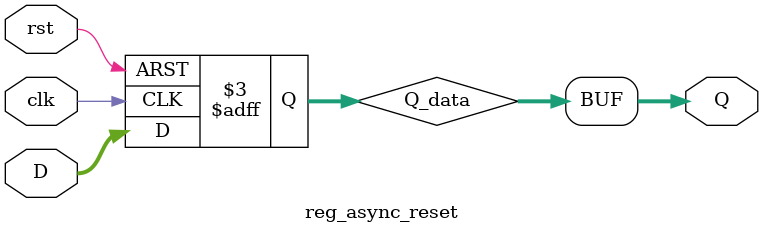
<source format=v>
module reg_async_reset(input [width - 1:0] D,
                       output [width - 1:0] Q,
                       input                clk,
                       input                rst);

   parameter width = 32;

   reg [width - 1: 0]                                      Q_data;
   
   always @(posedge clk or negedge rst) begin
      if (!rst) begin
         Q_data <= 0;
      end else begin
         Q_data <= D;
      end
   end

   assign Q = Q_data;
   
   
endmodule

</source>
